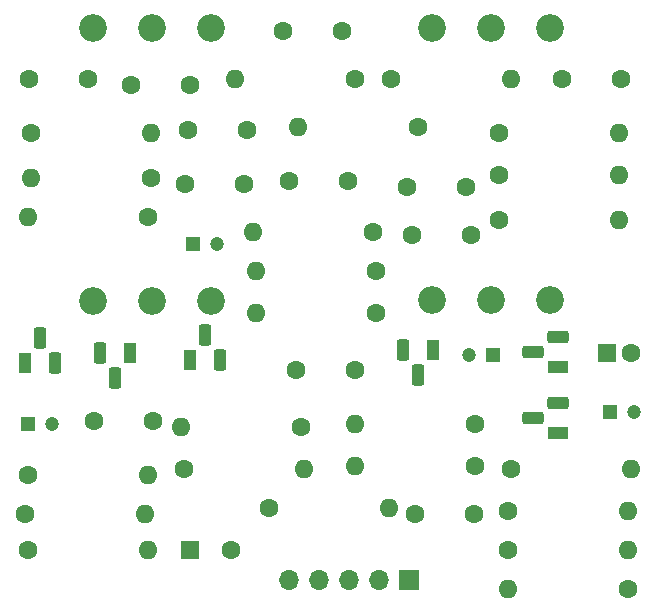
<source format=gts>
G04 #@! TF.GenerationSoftware,KiCad,Pcbnew,7.0.11+dfsg-1build4*
G04 #@! TF.CreationDate,2026-02-05T22:23:50-05:00*
G04 #@! TF.ProjectId,sftii,73667469-692e-46b6-9963-61645f706362,rev?*
G04 #@! TF.SameCoordinates,Original*
G04 #@! TF.FileFunction,Soldermask,Top*
G04 #@! TF.FilePolarity,Negative*
%FSLAX46Y46*%
G04 Gerber Fmt 4.6, Leading zero omitted, Abs format (unit mm)*
G04 Created by KiCad (PCBNEW 7.0.11+dfsg-1build4) date 2026-02-05 22:23:50*
%MOMM*%
%LPD*%
G01*
G04 APERTURE LIST*
G04 Aperture macros list*
%AMRoundRect*
0 Rectangle with rounded corners*
0 $1 Rounding radius*
0 $2 $3 $4 $5 $6 $7 $8 $9 X,Y pos of 4 corners*
0 Add a 4 corners polygon primitive as box body*
4,1,4,$2,$3,$4,$5,$6,$7,$8,$9,$2,$3,0*
0 Add four circle primitives for the rounded corners*
1,1,$1+$1,$2,$3*
1,1,$1+$1,$4,$5*
1,1,$1+$1,$6,$7*
1,1,$1+$1,$8,$9*
0 Add four rect primitives between the rounded corners*
20,1,$1+$1,$2,$3,$4,$5,0*
20,1,$1+$1,$4,$5,$6,$7,0*
20,1,$1+$1,$6,$7,$8,$9,0*
20,1,$1+$1,$8,$9,$2,$3,0*%
G04 Aperture macros list end*
%ADD10R,1.600000X1.600000*%
%ADD11C,1.600000*%
%ADD12R,1.200000X1.200000*%
%ADD13C,1.200000*%
%ADD14R,1.700000X1.700000*%
%ADD15O,1.700000X1.700000*%
%ADD16R,1.100000X1.800000*%
%ADD17RoundRect,0.275000X-0.275000X-0.625000X0.275000X-0.625000X0.275000X0.625000X-0.275000X0.625000X0*%
%ADD18RoundRect,0.275000X0.275000X0.625000X-0.275000X0.625000X-0.275000X-0.625000X0.275000X-0.625000X0*%
%ADD19R,1.800000X1.100000*%
%ADD20RoundRect,0.275000X0.625000X-0.275000X0.625000X0.275000X-0.625000X0.275000X-0.625000X-0.275000X0*%
%ADD21O,1.600000X1.600000*%
%ADD22C,2.340000*%
G04 APERTURE END LIST*
D10*
X115547349Y-96500000D03*
D11*
X119047349Y-96500000D03*
X129540000Y-81280000D03*
X124540000Y-81280000D03*
D12*
X101854000Y-85852000D03*
D13*
X103854000Y-85852000D03*
D11*
X107442000Y-85598000D03*
X112442000Y-85598000D03*
X120142000Y-65532000D03*
X115142000Y-65532000D03*
X134366000Y-69850000D03*
X139366000Y-69850000D03*
D12*
X115824000Y-70612000D03*
D13*
X117824000Y-70612000D03*
D11*
X115570000Y-57150000D03*
X110570000Y-57150000D03*
X106934000Y-56642000D03*
X101934000Y-56642000D03*
X123444000Y-52578000D03*
X128444000Y-52578000D03*
X147066000Y-56642000D03*
X152066000Y-56642000D03*
D12*
X151130000Y-84836000D03*
D13*
X153130000Y-84836000D03*
D11*
X138938000Y-65786000D03*
X133938000Y-65786000D03*
D10*
X150908000Y-79857600D03*
D11*
X152908000Y-79857600D03*
X123952000Y-65278000D03*
X128952000Y-65278000D03*
X134620000Y-93472000D03*
X139620000Y-93472000D03*
D14*
X134112000Y-99060000D03*
D15*
X131572000Y-99060000D03*
X129032000Y-99060000D03*
X126492000Y-99060000D03*
X123952000Y-99060000D03*
D16*
X101600000Y-80664000D03*
D17*
X102870000Y-78594000D03*
X104140000Y-80664000D03*
D16*
X110490000Y-79864000D03*
D18*
X109220000Y-81934000D03*
X107950000Y-79864000D03*
D16*
X115570000Y-80410000D03*
D17*
X116840000Y-78340000D03*
X118110000Y-80410000D03*
D16*
X136144000Y-79610000D03*
D18*
X134874000Y-81680000D03*
X133604000Y-79610000D03*
D19*
X146704000Y-86614000D03*
D20*
X144634000Y-85344000D03*
X146704000Y-84074000D03*
D11*
X139700000Y-89408000D03*
D21*
X129540000Y-89408000D03*
D11*
X101854000Y-96520000D03*
D21*
X112014000Y-96520000D03*
D11*
X101600000Y-93472000D03*
D21*
X111760000Y-93472000D03*
D11*
X139700000Y-85852000D03*
D21*
X129540000Y-85852000D03*
D11*
X101854000Y-90170000D03*
D21*
X112014000Y-90170000D03*
D11*
X112014000Y-68326000D03*
D21*
X101854000Y-68326000D03*
D11*
X131064000Y-69596000D03*
D21*
X120904000Y-69596000D03*
D11*
X115062000Y-89662000D03*
D21*
X125222000Y-89662000D03*
D11*
X124968000Y-86106000D03*
D21*
X114808000Y-86106000D03*
D11*
X131318000Y-72898000D03*
D21*
X121158000Y-72898000D03*
D11*
X112268000Y-65024000D03*
D21*
X102108000Y-65024000D03*
D11*
X131318000Y-76454000D03*
D21*
X121158000Y-76454000D03*
D11*
X129540000Y-56642000D03*
D21*
X119380000Y-56642000D03*
D11*
X132588000Y-56642000D03*
D21*
X142748000Y-56642000D03*
D11*
X134874000Y-60706000D03*
D21*
X124714000Y-60706000D03*
D11*
X142748000Y-89662000D03*
D21*
X152908000Y-89662000D03*
D11*
X142494000Y-93218000D03*
D21*
X152654000Y-93218000D03*
D11*
X141732000Y-61214000D03*
D21*
X151892000Y-61214000D03*
D11*
X141732000Y-68580000D03*
D21*
X151892000Y-68580000D03*
D11*
X141732000Y-64770000D03*
D21*
X151892000Y-64770000D03*
D11*
X152654000Y-99822000D03*
D21*
X142494000Y-99822000D03*
D11*
X142494000Y-96520000D03*
D21*
X152654000Y-96520000D03*
D22*
X146020800Y-75381200D03*
X141020800Y-75381200D03*
X136020800Y-75381200D03*
X117348000Y-52324000D03*
X112348000Y-52324000D03*
X107348000Y-52324000D03*
X146050000Y-52324000D03*
X141050000Y-52324000D03*
X136050000Y-52324000D03*
X117369600Y-75482800D03*
X112369600Y-75482800D03*
X107369600Y-75482800D03*
D19*
X146704000Y-81026000D03*
D20*
X144634000Y-79756000D03*
X146704000Y-78486000D03*
D12*
X141224000Y-80010000D03*
D13*
X139224000Y-80010000D03*
D11*
X102108000Y-61214000D03*
D21*
X112268000Y-61214000D03*
D11*
X120396000Y-60960000D03*
X115396000Y-60960000D03*
X122275600Y-92964000D03*
D21*
X132435600Y-92964000D03*
M02*

</source>
